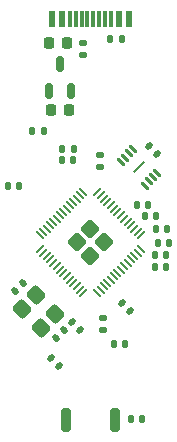
<source format=gbr>
%TF.GenerationSoftware,KiCad,Pcbnew,9.0.4*%
%TF.CreationDate,2025-10-30T00:52:22-04:00*%
%TF.ProjectId,DevBoard,44657642-6f61-4726-942e-6b696361645f,rev?*%
%TF.SameCoordinates,Original*%
%TF.FileFunction,Paste,Top*%
%TF.FilePolarity,Positive*%
%FSLAX46Y46*%
G04 Gerber Fmt 4.6, Leading zero omitted, Abs format (unit mm)*
G04 Created by KiCad (PCBNEW 9.0.4) date 2025-10-30 00:52:22*
%MOMM*%
%LPD*%
G01*
G04 APERTURE LIST*
G04 Aperture macros list*
%AMRoundRect*
0 Rectangle with rounded corners*
0 $1 Rounding radius*
0 $2 $3 $4 $5 $6 $7 $8 $9 X,Y pos of 4 corners*
0 Add a 4 corners polygon primitive as box body*
4,1,4,$2,$3,$4,$5,$6,$7,$8,$9,$2,$3,0*
0 Add four circle primitives for the rounded corners*
1,1,$1+$1,$2,$3*
1,1,$1+$1,$4,$5*
1,1,$1+$1,$6,$7*
1,1,$1+$1,$8,$9*
0 Add four rect primitives between the rounded corners*
20,1,$1+$1,$2,$3,$4,$5,0*
20,1,$1+$1,$4,$5,$6,$7,0*
20,1,$1+$1,$6,$7,$8,$9,0*
20,1,$1+$1,$8,$9,$2,$3,0*%
G04 Aperture macros list end*
%ADD10RoundRect,0.140000X0.140000X0.170000X-0.140000X0.170000X-0.140000X-0.170000X0.140000X-0.170000X0*%
%ADD11RoundRect,0.140000X0.219203X0.021213X0.021213X0.219203X-0.219203X-0.021213X-0.021213X-0.219203X0*%
%ADD12RoundRect,0.140000X-0.170000X0.140000X-0.170000X-0.140000X0.170000X-0.140000X0.170000X0.140000X0*%
%ADD13R,0.600000X1.450000*%
%ADD14R,0.300000X1.450000*%
%ADD15RoundRect,0.140000X-0.140000X-0.170000X0.140000X-0.170000X0.140000X0.170000X-0.140000X0.170000X0*%
%ADD16RoundRect,0.250000X-0.565685X0.070711X0.070711X-0.565685X0.565685X-0.070711X-0.070711X0.565685X0*%
%ADD17RoundRect,0.150000X0.150000X-0.512500X0.150000X0.512500X-0.150000X0.512500X-0.150000X-0.512500X0*%
%ADD18RoundRect,0.200000X-0.200000X-0.800000X0.200000X-0.800000X0.200000X0.800000X-0.200000X0.800000X0*%
%ADD19RoundRect,0.140000X-0.219203X-0.021213X-0.021213X-0.219203X0.219203X0.021213X0.021213X0.219203X0*%
%ADD20RoundRect,0.249999X-0.558616X0.000000X0.000000X-0.558616X0.558616X0.000000X0.000000X0.558616X0*%
%ADD21RoundRect,0.050000X-0.309359X0.238649X0.238649X-0.309359X0.309359X-0.238649X-0.238649X0.309359X0*%
%ADD22RoundRect,0.050000X-0.309359X-0.238649X-0.238649X-0.309359X0.309359X0.238649X0.238649X0.309359X0*%
%ADD23RoundRect,0.140000X0.170000X-0.140000X0.170000X0.140000X-0.170000X0.140000X-0.170000X-0.140000X0*%
%ADD24RoundRect,0.225000X0.225000X0.250000X-0.225000X0.250000X-0.225000X-0.250000X0.225000X-0.250000X0*%
%ADD25RoundRect,0.140000X0.021213X-0.219203X0.219203X-0.021213X-0.021213X0.219203X-0.219203X0.021213X0*%
%ADD26RoundRect,0.040000X-0.456084X-0.399515X-0.399515X-0.456084X0.456084X0.399515X0.399515X0.456084X0*%
%ADD27RoundRect,0.062500X-0.318198X0.229810X0.229810X-0.318198X0.318198X-0.229810X-0.229810X0.318198X0*%
%ADD28RoundRect,0.140000X-0.021213X0.219203X-0.219203X0.021213X0.021213X-0.219203X0.219203X-0.021213X0*%
G04 APERTURE END LIST*
D10*
%TO.C,R3*%
X104870000Y-96850000D03*
X103910000Y-96850000D03*
%TD*%
D11*
%TO.C,R6*%
X105669411Y-92549411D03*
X104990589Y-91870589D03*
%TD*%
D12*
%TO.C,R2*%
X99330000Y-83130000D03*
X99330000Y-84090000D03*
%TD*%
D13*
%TO.C,J1*%
X103250000Y-81045000D03*
X102450000Y-81045000D03*
D14*
X101250000Y-81045000D03*
X100250000Y-81045000D03*
X99750000Y-81045000D03*
X98750000Y-81045000D03*
D13*
X97550000Y-81045000D03*
X96750000Y-81045000D03*
X96750000Y-81045000D03*
X97550000Y-81045000D03*
D14*
X98250000Y-81045000D03*
X99250000Y-81045000D03*
X100750000Y-81045000D03*
X101750000Y-81045000D03*
D13*
X102450000Y-81045000D03*
X103250000Y-81045000D03*
%TD*%
D15*
%TO.C,R1*%
X101680000Y-82810000D03*
X102640000Y-82810000D03*
%TD*%
D16*
%TO.C,Y1*%
X94224365Y-105664365D03*
X95780000Y-107220000D03*
X96982081Y-106017919D03*
X95426446Y-104462284D03*
%TD*%
D15*
%TO.C,C11*%
X105530000Y-98890000D03*
X106490000Y-98890000D03*
%TD*%
D10*
%TO.C,C3*%
X96040000Y-90600000D03*
X95080000Y-90600000D03*
%TD*%
%TO.C,R4*%
X105580000Y-97800000D03*
X104620000Y-97800000D03*
%TD*%
%TO.C,C1*%
X98580000Y-92060000D03*
X97620000Y-92060000D03*
%TD*%
D15*
%TO.C,C8*%
X101960000Y-108560000D03*
X102920000Y-108560000D03*
%TD*%
D17*
%TO.C,U2*%
X96450000Y-87147500D03*
X98350000Y-87147500D03*
X97400000Y-84872500D03*
%TD*%
D18*
%TO.C,SW1*%
X97900000Y-115000000D03*
X102100000Y-115000000D03*
%TD*%
D19*
%TO.C,C6*%
X102660589Y-105110589D03*
X103339411Y-105789411D03*
%TD*%
D20*
%TO.C,U1*%
X100000000Y-98868629D03*
X98868629Y-100000000D03*
X101131371Y-100000000D03*
X100000000Y-101131371D03*
D21*
X99407798Y-95730843D03*
X99124955Y-96013686D03*
X98842113Y-96296528D03*
X98559270Y-96579371D03*
X98276427Y-96862214D03*
X97993585Y-97145056D03*
X97710742Y-97427899D03*
X97427899Y-97710742D03*
X97145056Y-97993585D03*
X96862214Y-98276427D03*
X96579371Y-98559270D03*
X96296528Y-98842113D03*
X96013686Y-99124955D03*
X95730843Y-99407798D03*
D22*
X95730843Y-100592202D03*
X96013686Y-100875045D03*
X96296528Y-101157887D03*
X96579371Y-101440730D03*
X96862214Y-101723573D03*
X97145056Y-102006415D03*
X97427899Y-102289258D03*
X97710742Y-102572101D03*
X97993585Y-102854944D03*
X98276427Y-103137786D03*
X98559270Y-103420629D03*
X98842113Y-103703472D03*
X99124955Y-103986314D03*
X99407798Y-104269157D03*
D21*
X100592202Y-104269157D03*
X100875045Y-103986314D03*
X101157887Y-103703472D03*
X101440730Y-103420629D03*
X101723573Y-103137786D03*
X102006415Y-102854944D03*
X102289258Y-102572101D03*
X102572101Y-102289258D03*
X102854944Y-102006415D03*
X103137786Y-101723573D03*
X103420629Y-101440730D03*
X103703472Y-101157887D03*
X103986314Y-100875045D03*
X104269157Y-100592202D03*
D22*
X104269157Y-99407798D03*
X103986314Y-99124955D03*
X103703472Y-98842113D03*
X103420629Y-98559270D03*
X103137786Y-98276427D03*
X102854944Y-97993585D03*
X102572101Y-97710742D03*
X102289258Y-97427899D03*
X102006415Y-97145056D03*
X101723573Y-96862214D03*
X101440730Y-96579371D03*
X101157887Y-96296528D03*
X100875045Y-96013686D03*
X100592202Y-95730843D03*
%TD*%
D23*
%TO.C,C17*%
X101060000Y-107380000D03*
X101060000Y-106420000D03*
%TD*%
D24*
%TO.C,C13*%
X98000000Y-83100000D03*
X96450000Y-83100000D03*
%TD*%
D25*
%TO.C,C15*%
X97063812Y-108120553D03*
X97742634Y-107441731D03*
%TD*%
D15*
%TO.C,C4*%
X105470000Y-102090000D03*
X106430000Y-102090000D03*
%TD*%
%TO.C,C7*%
X105730000Y-100060000D03*
X106690000Y-100060000D03*
%TD*%
D26*
%TO.C,U3*%
X104110000Y-93639927D03*
D27*
X103632703Y-92101970D03*
X103279150Y-92455523D03*
X102925596Y-92809077D03*
X102572043Y-93162630D03*
X104587297Y-95177884D03*
X104940850Y-94824331D03*
X105294404Y-94470777D03*
X105647957Y-94117224D03*
%TD*%
D10*
%TO.C,C2*%
X98520000Y-93040000D03*
X97560000Y-93040000D03*
%TD*%
D23*
%TO.C,C12*%
X100820000Y-93570000D03*
X100820000Y-92610000D03*
%TD*%
D15*
%TO.C,R7*%
X103420000Y-114920000D03*
X104380000Y-114920000D03*
%TD*%
D19*
%TO.C,C10*%
X96650589Y-109750589D03*
X97329411Y-110429411D03*
%TD*%
D11*
%TO.C,R5*%
X99082634Y-107380553D03*
X98403812Y-106701731D03*
%TD*%
D28*
%TO.C,C16*%
X94269411Y-103470589D03*
X93590589Y-104149411D03*
%TD*%
D24*
%TO.C,C14*%
X98185000Y-88800000D03*
X96635000Y-88800000D03*
%TD*%
D10*
%TO.C,C5*%
X93940000Y-95230000D03*
X92980000Y-95230000D03*
%TD*%
D15*
%TO.C,C9*%
X105460000Y-101070000D03*
X106420000Y-101070000D03*
%TD*%
M02*

</source>
